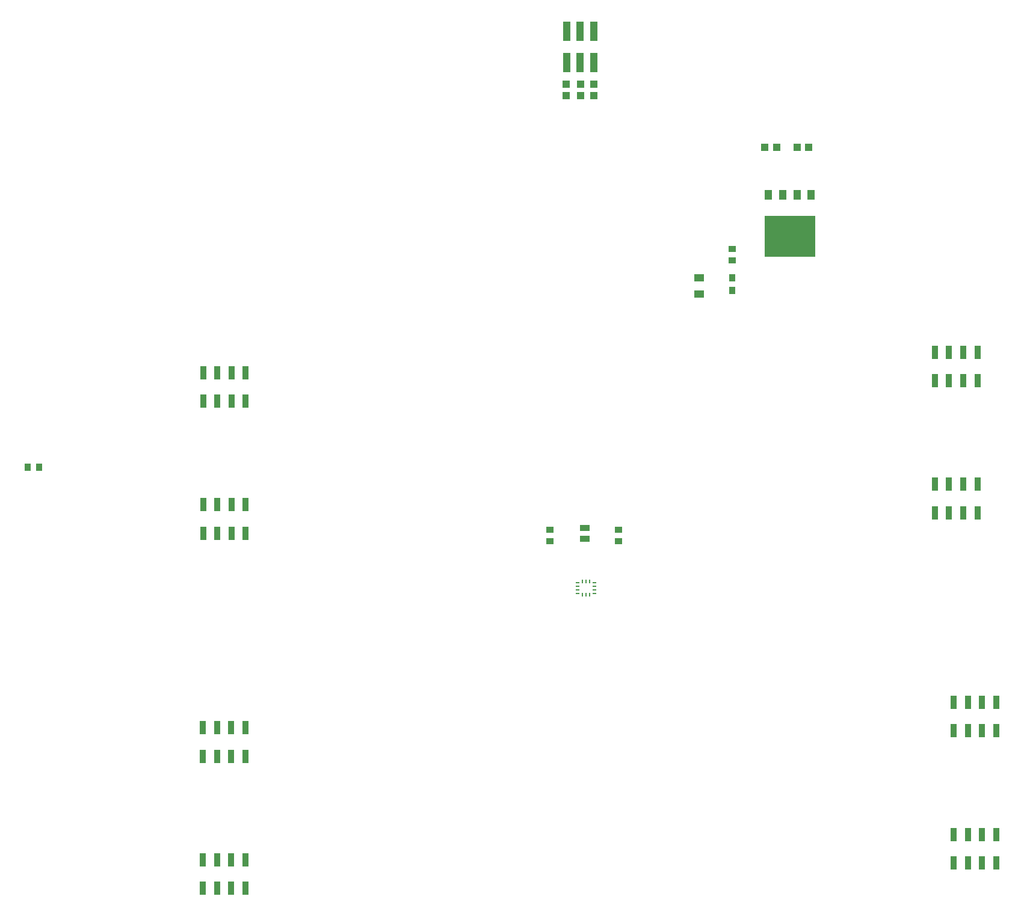
<source format=gbr>
%TF.GenerationSoftware,Altium Limited,Altium Designer,23.6.0 (18)*%
G04 Layer_Color=8421504*
%FSLAX45Y45*%
%MOMM*%
%TF.SameCoordinates,8B2A78E3-6762-467B-82E4-ABAB87B9FA14*%
%TF.FilePolarity,Positive*%
%TF.FileFunction,Paste,Top*%
%TF.Part,Single*%
G01*
G75*
%TA.AperFunction,SMDPad,CuDef*%
%ADD10R,1.00000X2.80000*%
%ADD11R,0.89000X1.91000*%
%ADD12R,1.14220X1.46200*%
%ADD13R,7.08660X5.84200*%
%ADD14R,1.13504X1.06213*%
%ADD15R,1.06213X1.13504*%
%ADD16R,0.47500X0.25000*%
%ADD17R,0.25000X0.47500*%
%ADD18R,1.40000X1.10000*%
%ADD19R,1.00000X0.90000*%
%ADD20R,0.90000X1.00000*%
%ADD21R,1.35000X0.95000*%
D10*
X3337500Y15600000D02*
D03*
Y16039999D02*
D03*
X3527500Y15600000D02*
D03*
Y16039999D02*
D03*
X3717500Y15600000D02*
D03*
Y16039999D02*
D03*
D11*
X-1782500Y4375500D02*
D03*
Y3974500D02*
D03*
X-1582500Y4375500D02*
D03*
Y3974500D02*
D03*
X-1382500Y4375500D02*
D03*
Y3974500D02*
D03*
X-1182500Y4375500D02*
D03*
Y3974500D02*
D03*
X-1782500Y6235500D02*
D03*
Y5834500D02*
D03*
X-1582500Y6235500D02*
D03*
Y5834500D02*
D03*
X-1382500Y6235500D02*
D03*
Y5834500D02*
D03*
X-1182500Y6235500D02*
D03*
Y5834500D02*
D03*
X-1777501Y11236000D02*
D03*
Y10835000D02*
D03*
X-1577501Y11236000D02*
D03*
Y10835000D02*
D03*
X-1377501Y11236000D02*
D03*
Y10835000D02*
D03*
X-1177501Y11236000D02*
D03*
Y10835000D02*
D03*
X-1777501Y9376000D02*
D03*
Y8975000D02*
D03*
X-1577501Y9376000D02*
D03*
Y8975000D02*
D03*
X-1377501Y9376000D02*
D03*
Y8975000D02*
D03*
X-1177501Y9376000D02*
D03*
Y8975000D02*
D03*
X8920000Y11525000D02*
D03*
X9120000D02*
D03*
X8720000Y11124000D02*
D03*
X9120000D02*
D03*
X8920000D02*
D03*
X8520000Y11525000D02*
D03*
X8720000D02*
D03*
X8520000Y11124000D02*
D03*
X8920000Y9665000D02*
D03*
X9120000D02*
D03*
X8720000Y9264000D02*
D03*
X9120000D02*
D03*
X8920000D02*
D03*
X8520000Y9665000D02*
D03*
X8720000D02*
D03*
X8520000Y9264000D02*
D03*
X9385000Y4332500D02*
D03*
Y4733500D02*
D03*
X9185000Y4332500D02*
D03*
Y4733500D02*
D03*
X8985000Y4332500D02*
D03*
Y4733500D02*
D03*
X8785000Y4332500D02*
D03*
Y4733500D02*
D03*
X9385000Y6192500D02*
D03*
Y6593500D02*
D03*
X9185000Y6192500D02*
D03*
Y6593500D02*
D03*
X8985000Y6192500D02*
D03*
Y6593500D02*
D03*
X8785000Y6192500D02*
D03*
Y6593500D02*
D03*
D12*
X6780000Y13743430D02*
D03*
X6580000D02*
D03*
X6380000D02*
D03*
X6180000D02*
D03*
D13*
X6480000Y13156689D02*
D03*
D14*
X6583461Y14410001D02*
D03*
X6746539D02*
D03*
X6291539Y14412500D02*
D03*
X6128461D02*
D03*
D15*
X3722500Y15135960D02*
D03*
Y15299039D02*
D03*
X3327500Y15135960D02*
D03*
Y15299039D02*
D03*
X3532500Y15133461D02*
D03*
Y15296539D02*
D03*
D16*
X3493750Y8277500D02*
D03*
Y8227500D02*
D03*
Y8177500D02*
D03*
Y8127500D02*
D03*
X3726250D02*
D03*
Y8177500D02*
D03*
Y8227500D02*
D03*
Y8277500D02*
D03*
D17*
X3560000Y8111250D02*
D03*
X3610000D02*
D03*
X3660000D02*
D03*
Y8293750D02*
D03*
X3610000D02*
D03*
X3560000D02*
D03*
D18*
X5200000Y12339498D02*
D03*
Y12569498D02*
D03*
D19*
X5665300Y12977499D02*
D03*
Y12817500D02*
D03*
X4067500Y9022500D02*
D03*
Y8862500D02*
D03*
X3100000D02*
D03*
Y9022500D02*
D03*
D20*
X5665300Y12569500D02*
D03*
Y12389500D02*
D03*
X-4247500Y9907500D02*
D03*
X-4087500D02*
D03*
D21*
X3595839Y8897911D02*
D03*
Y9047911D02*
D03*
%TF.MD5,6ef4b9c181340191ec5e47f6d1800bf9*%
M02*

</source>
